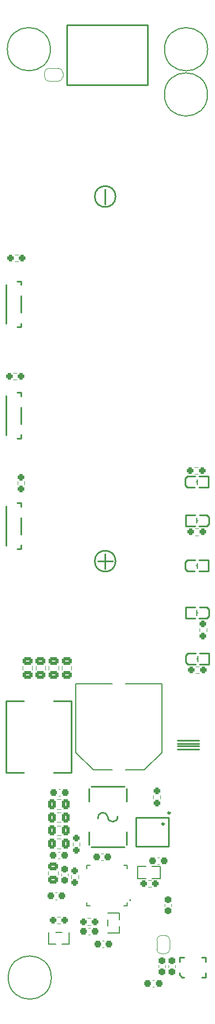
<source format=gto>
%TF.GenerationSoftware,KiCad,Pcbnew,7.0.8*%
%TF.CreationDate,2023-11-02T15:01:11+01:00*%
%TF.ProjectId,led-tube,6c65642d-7475-4626-952e-6b696361645f,rev?*%
%TF.SameCoordinates,Original*%
%TF.FileFunction,Legend,Top*%
%TF.FilePolarity,Positive*%
%FSLAX46Y46*%
G04 Gerber Fmt 4.6, Leading zero omitted, Abs format (unit mm)*
G04 Created by KiCad (PCBNEW 7.0.8) date 2023-11-02 15:01:11*
%MOMM*%
%LPD*%
G01*
G04 APERTURE LIST*
G04 Aperture macros list*
%AMRoundRect*
0 Rectangle with rounded corners*
0 $1 Rounding radius*
0 $2 $3 $4 $5 $6 $7 $8 $9 X,Y pos of 4 corners*
0 Add a 4 corners polygon primitive as box body*
4,1,4,$2,$3,$4,$5,$6,$7,$8,$9,$2,$3,0*
0 Add four circle primitives for the rounded corners*
1,1,$1+$1,$2,$3*
1,1,$1+$1,$4,$5*
1,1,$1+$1,$6,$7*
1,1,$1+$1,$8,$9*
0 Add four rect primitives between the rounded corners*
20,1,$1+$1,$2,$3,$4,$5,0*
20,1,$1+$1,$4,$5,$6,$7,0*
20,1,$1+$1,$6,$7,$8,$9,0*
20,1,$1+$1,$8,$9,$2,$3,0*%
%AMFreePoly0*
4,1,19,0.500000,-0.750000,0.000000,-0.750000,0.000000,-0.744911,-0.071157,-0.744911,-0.207708,-0.704816,-0.327430,-0.627875,-0.420627,-0.520320,-0.479746,-0.390866,-0.500000,-0.250000,-0.500000,0.250000,-0.479746,0.390866,-0.420627,0.520320,-0.327430,0.627875,-0.207708,0.704816,-0.071157,0.744911,0.000000,0.744911,0.000000,0.750000,0.500000,0.750000,0.500000,-0.750000,0.500000,-0.750000,
$1*%
%AMFreePoly1*
4,1,19,0.000000,0.744911,0.071157,0.744911,0.207708,0.704816,0.327430,0.627875,0.420627,0.520320,0.479746,0.390866,0.500000,0.250000,0.500000,-0.250000,0.479746,-0.390866,0.420627,-0.520320,0.327430,-0.627875,0.207708,-0.704816,0.071157,-0.744911,0.000000,-0.744911,0.000000,-0.750000,-0.500000,-0.750000,-0.500000,0.750000,0.000000,0.750000,0.000000,0.744911,0.000000,0.744911,
$1*%
G04 Aperture macros list end*
%ADD10C,0.120000*%
%ADD11C,0.250000*%
%ADD12C,0.150000*%
%ADD13C,0.127991*%
%ADD14C,0.254000*%
%ADD15C,0.202997*%
%ADD16C,0.300000*%
%ADD17C,0.059995*%
%ADD18RoundRect,0.237500X-0.300000X-0.237500X0.300000X-0.237500X0.300000X0.237500X-0.300000X0.237500X0*%
%ADD19RoundRect,0.237500X0.250000X0.237500X-0.250000X0.237500X-0.250000X-0.237500X0.250000X-0.237500X0*%
%ADD20RoundRect,0.237500X0.237500X-0.250000X0.237500X0.250000X-0.237500X0.250000X-0.237500X-0.250000X0*%
%ADD21RoundRect,0.250000X0.475000X-0.337500X0.475000X0.337500X-0.475000X0.337500X-0.475000X-0.337500X0*%
%ADD22RoundRect,0.237500X-0.250000X-0.237500X0.250000X-0.237500X0.250000X0.237500X-0.250000X0.237500X0*%
%ADD23RoundRect,0.250000X0.337500X0.475000X-0.337500X0.475000X-0.337500X-0.475000X0.337500X-0.475000X0*%
%ADD24C,0.950000*%
%ADD25R,1.200000X1.200000*%
%ADD26C,1.600000*%
%ADD27RoundRect,0.237500X0.237500X-0.300000X0.237500X0.300000X-0.237500X0.300000X-0.237500X-0.300000X0*%
%ADD28R,1.130000X1.380000*%
%ADD29O,2.700000X1.800000*%
%ADD30FreePoly0,270.000000*%
%ADD31FreePoly1,270.000000*%
%ADD32R,0.950000X0.400000*%
%ADD33R,2.300000X0.350000*%
%ADD34R,0.350000X0.650000*%
%ADD35C,4.249987*%
%ADD36C,0.800000*%
%ADD37R,2.200000X2.200000*%
%ADD38C,2.200000*%
%ADD39R,1.750000X6.200000*%
%ADD40R,0.800000X0.800000*%
%ADD41C,2.400000*%
%ADD42R,7.620000X5.080000*%
%ADD43R,5.300000X2.000000*%
%ADD44C,0.700025*%
%ADD45R,0.600000X1.300000*%
%ADD46R,0.300000X1.300000*%
%ADD47O,1.200000X2.200000*%
%ADD48O,1.200000X1.800000*%
%ADD49R,0.304801X0.990602*%
%ADD50R,0.600000X1.070000*%
%ADD51RoundRect,0.237500X-0.237500X0.250000X-0.237500X-0.250000X0.237500X-0.250000X0.237500X0.250000X0*%
%ADD52RoundRect,0.237500X0.300000X0.237500X-0.300000X0.237500X-0.300000X-0.237500X0.300000X-0.237500X0*%
%ADD53C,1.700000*%
%ADD54R,0.660000X0.280000*%
%ADD55R,0.280000X0.660000*%
%ADD56R,4.420000X4.420000*%
%ADD57R,3.500000X3.500000*%
%ADD58R,1.070000X0.600000*%
%ADD59FreePoly0,180.000000*%
%ADD60FreePoly1,180.000000*%
G04 APERTURE END LIST*
D10*
%TO.C,C2*%
X623603720Y-527415070D02*
X623896254Y-527415070D01*
X623603720Y-528435070D02*
X623896254Y-528435070D01*
%TO.C,R9*%
X602254724Y-436522500D02*
X601745276Y-436522500D01*
X602254724Y-435477500D02*
X601745276Y-435477500D01*
%TO.C,R15*%
X602177500Y-470554724D02*
X602177500Y-470045276D01*
X603222500Y-470554724D02*
X603222500Y-470045276D01*
%TO.C,C17*%
X608965000Y-498761252D02*
X608965000Y-498238748D01*
X610435000Y-498761252D02*
X610435000Y-498238748D01*
%TO.C,R8*%
X629445276Y-498277500D02*
X629954724Y-498277500D01*
X629445276Y-499322500D02*
X629954724Y-499322500D01*
%TO.C,C8*%
X608761252Y-526035000D02*
X608238748Y-526035000D01*
X608761252Y-524565000D02*
X608238748Y-524565000D01*
%TO.C,C19*%
X604965000Y-498761252D02*
X604965000Y-498238748D01*
X606435000Y-498761252D02*
X606435000Y-498238748D01*
D11*
%TO.C,SW2*%
X602700000Y-463500000D02*
X602700000Y-462930000D01*
X602700000Y-461270000D02*
X602700000Y-458730000D01*
X602700000Y-457070000D02*
X602700000Y-456500000D01*
X602700000Y-456500000D02*
X602100000Y-456500000D01*
X602100000Y-463500000D02*
X602700000Y-463500000D01*
X600400000Y-462950000D02*
X600400000Y-462990000D01*
X600400000Y-462950000D02*
X600400000Y-461500000D01*
X600400000Y-461500000D02*
X600400000Y-458350000D01*
X600400000Y-458500000D02*
X600400000Y-457010000D01*
D10*
%TO.C,C15*%
X623790000Y-544168767D02*
X623790000Y-543876233D01*
X624810000Y-544168767D02*
X624810000Y-543876233D01*
D12*
%TO.C,RT1*%
X620540000Y-528780000D02*
X621820000Y-528780000D01*
X620540000Y-530620000D02*
X620540000Y-528780000D01*
X621820000Y-530620000D02*
X620540000Y-530620000D01*
X622780000Y-530620000D02*
X624060000Y-530620000D01*
X624060000Y-528780000D02*
X622780000Y-528780000D01*
X624060000Y-530620000D02*
X624060000Y-528780000D01*
D10*
%TO.C,C18*%
X606965000Y-498761252D02*
X606965000Y-498238748D01*
X608435000Y-498761252D02*
X608435000Y-498238748D01*
D11*
%TO.C,SW1*%
X602700000Y-446500000D02*
X602700000Y-445930000D01*
X602700000Y-444270000D02*
X602700000Y-441730000D01*
X602700000Y-440070000D02*
X602700000Y-439500000D01*
X602700000Y-439500000D02*
X602100000Y-439500000D01*
X602100000Y-446500000D02*
X602700000Y-446500000D01*
X600400000Y-445950000D02*
X600400000Y-445990000D01*
X600400000Y-445950000D02*
X600400000Y-444500000D01*
X600400000Y-444500000D02*
X600400000Y-441350000D01*
X600400000Y-441500000D02*
X600400000Y-440010000D01*
D10*
%TO.C,R7*%
X629268974Y-467877500D02*
X629778422Y-467877500D01*
X629268974Y-468922500D02*
X629778422Y-468922500D01*
D11*
%TO.C,SW4*%
X626650000Y-510920000D02*
X629950000Y-510920000D01*
X626650000Y-510410000D02*
X629950000Y-510410000D01*
X626650000Y-510030000D02*
X629950000Y-510030000D01*
X626650000Y-509520000D02*
X629950000Y-509520000D01*
D10*
%TO.C,C3*%
X607953733Y-532790000D02*
X608246267Y-532790000D01*
X607953733Y-533810000D02*
X608246267Y-533810000D01*
%TO.C,C51*%
X622853733Y-546090000D02*
X623146267Y-546090000D01*
X622853733Y-547110000D02*
X623146267Y-547110000D01*
%TO.C,JP1*%
X624200000Y-539300000D02*
X624800000Y-539300000D01*
X625500000Y-540000000D02*
X625500000Y-541400000D01*
X623500000Y-541400000D02*
X623500000Y-540000000D01*
X624800000Y-542100000D02*
X624200000Y-542100000D01*
X625500000Y-540000000D02*
G75*
G03*
X624800000Y-539300000I-699999J1D01*
G01*
X624200000Y-539300000D02*
G75*
G03*
X623500000Y-540000000I-1J-699999D01*
G01*
X624800000Y-542100000D02*
G75*
G03*
X625500000Y-541400000I0J700000D01*
G01*
X623500000Y-541400000D02*
G75*
G03*
X624200000Y-542100000I700000J0D01*
G01*
D11*
%TO.C,MIC1*%
X627020000Y-542660000D02*
X627020000Y-543320000D01*
X627020000Y-542660000D02*
X627670000Y-542660000D01*
X627020000Y-545040000D02*
X627020000Y-545320000D01*
X627020000Y-545320000D02*
X627380000Y-545680000D01*
X627380000Y-545680000D02*
X627660000Y-545680000D01*
X630370000Y-542660000D02*
X631000000Y-542660000D01*
X630380000Y-545680000D02*
X631020000Y-545680000D01*
X631000000Y-542660000D02*
X631020000Y-542680000D01*
X631020000Y-542680000D02*
X631020000Y-543320000D01*
X631020000Y-545040000D02*
X631020000Y-545680000D01*
D13*
%TO.C,U11*%
X607352540Y-545733205D02*
G75*
G03*
X607352540Y-545733205I-3300000J0D01*
G01*
%TO.C,U10*%
X631278795Y-411017140D02*
G75*
G03*
X631278795Y-411017140I-3300000J0D01*
G01*
D10*
%TO.C,R2*%
X613404724Y-537722500D02*
X612895276Y-537722500D01*
X613404724Y-536677500D02*
X612895276Y-536677500D01*
%TO.C,C10*%
X608761252Y-524035000D02*
X608238748Y-524035000D01*
X608761252Y-522565000D02*
X608238748Y-522565000D01*
%TO.C,R5*%
X610627500Y-525654724D02*
X610627500Y-525145276D01*
X611672500Y-525654724D02*
X611672500Y-525145276D01*
%TO.C,C6*%
X608912500Y-530196267D02*
X608912500Y-529903733D01*
X609932500Y-530196267D02*
X609932500Y-529903733D01*
D13*
%TO.C,U15*%
X607210340Y-404108205D02*
G75*
G03*
X607210340Y-404108205I-3300000J0D01*
G01*
D11*
%TO.C,SW3*%
X602700000Y-480350000D02*
X602700000Y-479780000D01*
X602700000Y-478120000D02*
X602700000Y-475580000D01*
X602700000Y-473920000D02*
X602700000Y-473350000D01*
X602700000Y-473350000D02*
X602100000Y-473350000D01*
X602100000Y-480350000D02*
X602700000Y-480350000D01*
X600400000Y-479800000D02*
X600400000Y-479840000D01*
X600400000Y-479800000D02*
X600400000Y-478350000D01*
X600400000Y-478350000D02*
X600400000Y-475200000D01*
X600400000Y-475350000D02*
X600400000Y-473860000D01*
D10*
%TO.C,R6*%
X630077500Y-492967224D02*
X630077500Y-492457776D01*
X631122500Y-492967224D02*
X631122500Y-492457776D01*
D11*
%TO.C,P1*%
X622060000Y-409600000D02*
X622060000Y-400450000D01*
X622060000Y-400450000D02*
X609760000Y-400450000D01*
X609760000Y-409600000D02*
X622060000Y-409600000D01*
X609760000Y-400450000D02*
X609760000Y-409600000D01*
D10*
%TO.C,R4*%
X622654724Y-531922500D02*
X622145276Y-531922500D01*
X622654724Y-530877500D02*
X622145276Y-530877500D01*
D12*
%TO.C,C63*%
X613800000Y-514080000D02*
X616670000Y-514080000D01*
X621600000Y-514080000D02*
X618730000Y-514080000D01*
X611120000Y-511400000D02*
X613800000Y-514080000D01*
X624280000Y-511400000D02*
X621600000Y-514080000D01*
X611120000Y-500920000D02*
X611120000Y-511400000D01*
X616670000Y-500920000D02*
X611120000Y-500920000D01*
X618730000Y-500920000D02*
X624280000Y-500920000D01*
X624280000Y-500920000D02*
X624280000Y-511400000D01*
D10*
%TO.C,R10*%
X608245276Y-536477500D02*
X608754724Y-536477500D01*
X608245276Y-537522500D02*
X608754724Y-537522500D01*
D14*
%TO.C,U4*%
X631514402Y-476508001D02*
X631158801Y-476863602D01*
X631514402Y-475491999D02*
X631514402Y-476508001D01*
X631158801Y-475136398D02*
X631514402Y-475491999D01*
X630015799Y-475136398D02*
X631158801Y-475136398D01*
X629990399Y-476863602D02*
X631158801Y-476863602D01*
D15*
X629622098Y-475992050D02*
X629797460Y-475992050D01*
X629622098Y-475593599D02*
X629622098Y-476381001D01*
D14*
X627932994Y-476863602D02*
X629406197Y-476863602D01*
X627932994Y-475136398D02*
X629406197Y-475136398D01*
X627932994Y-475136398D02*
X627932994Y-476863602D01*
D10*
%TO.C,C12*%
X608761252Y-520035000D02*
X608238748Y-520035000D01*
X608761252Y-518565000D02*
X608238748Y-518565000D01*
%TO.C,C20*%
X602965000Y-498761252D02*
X602965000Y-498238748D01*
X604435000Y-498761252D02*
X604435000Y-498238748D01*
D11*
%TO.C,BT1*%
X615600000Y-483360000D02*
X615600000Y-481070000D01*
X615600000Y-427730000D02*
X615600000Y-425450000D01*
X614450000Y-482210000D02*
X616740000Y-482210000D01*
X617200000Y-482210000D02*
G75*
G03*
X617200000Y-482210000I-1600000J0D01*
G01*
X617200000Y-426590000D02*
G75*
G03*
X617200000Y-426590000I-1600000J0D01*
G01*
D14*
%TO.C,U9*%
X627832994Y-469591999D02*
X628188595Y-469236398D01*
X627832994Y-470608001D02*
X627832994Y-469591999D01*
X628188595Y-470963602D02*
X627832994Y-470608001D01*
X629331597Y-470963602D02*
X628188595Y-470963602D01*
X629356997Y-469236398D02*
X628188595Y-469236398D01*
D15*
X629725298Y-470107950D02*
X629549936Y-470107950D01*
X629725298Y-470506401D02*
X629725298Y-469718999D01*
D14*
X631414402Y-469236398D02*
X629941199Y-469236398D01*
X631414402Y-470963602D02*
X629941199Y-470963602D01*
X631414402Y-470963602D02*
X631414402Y-469236398D01*
D11*
%TO.C,F1*%
X618500000Y-516600000D02*
X613500000Y-516600000D01*
X618900000Y-516900000D02*
X618900000Y-518900000D01*
X613100000Y-516900000D02*
X613100000Y-518900000D01*
X618900000Y-523500000D02*
X618900000Y-525500000D01*
X613100000Y-523500000D02*
X613100000Y-525500000D01*
X618500000Y-525800000D02*
X613500000Y-525800000D01*
X616000000Y-521200000D02*
G75*
G03*
X617520000Y-521200000I760000J0D01*
G01*
X616000000Y-521200000D02*
G75*
G03*
X614480000Y-521460000I-760000J-130000D01*
G01*
D14*
%TO.C,U6*%
X625349987Y-521325070D02*
X625349987Y-525725070D01*
X625349987Y-521325070D02*
X620349987Y-521325070D01*
X620349987Y-525725070D02*
X625349987Y-525725070D01*
X620349987Y-525725070D02*
X620349987Y-521325070D01*
D16*
X625536296Y-520608128D02*
G75*
G03*
X625536296Y-520608128I-150114J0D01*
G01*
D17*
X625349860Y-520355144D02*
G75*
G03*
X625349860Y-520355144I-29972J0D01*
G01*
D16*
X624625704Y-522305868D02*
G75*
G03*
X624625704Y-522305868I-150114J0D01*
G01*
D10*
%TO.C,C1*%
X624690000Y-534846267D02*
X624690000Y-534553733D01*
X625710000Y-534846267D02*
X625710000Y-534553733D01*
%TO.C,C11*%
X608761252Y-522035000D02*
X608238748Y-522035000D01*
X608761252Y-520565000D02*
X608238748Y-520565000D01*
D12*
%TO.C,Q1*%
X606960000Y-540640000D02*
X608010000Y-540640000D01*
X610040000Y-540640000D02*
X608990000Y-540640000D01*
X606960000Y-538880000D02*
X606960000Y-540640000D01*
X608040000Y-538880000D02*
X608960000Y-538880000D01*
X610040000Y-538880000D02*
X610040000Y-540640000D01*
D10*
%TO.C,R3*%
X611472500Y-530095276D02*
X611472500Y-530604724D01*
X610427500Y-530095276D02*
X610427500Y-530604724D01*
%TO.C,C16*%
X625290000Y-544168767D02*
X625290000Y-543876233D01*
X626310000Y-544168767D02*
X626310000Y-543876233D01*
D14*
%TO.C,U3*%
X631514402Y-490608001D02*
X631158801Y-490963602D01*
X631514402Y-489591999D02*
X631514402Y-490608001D01*
X631158801Y-489236398D02*
X631514402Y-489591999D01*
X630015799Y-489236398D02*
X631158801Y-489236398D01*
X629990399Y-490963602D02*
X631158801Y-490963602D01*
D15*
X629622098Y-490092050D02*
X629797460Y-490092050D01*
X629622098Y-489693599D02*
X629622098Y-490481001D01*
D14*
X627932994Y-490963602D02*
X629406197Y-490963602D01*
X627932994Y-489236398D02*
X629406197Y-489236398D01*
X627932994Y-489236398D02*
X627932994Y-490963602D01*
%TO.C,U8*%
X627932994Y-496591999D02*
X628288595Y-496236398D01*
X627932994Y-497608001D02*
X627932994Y-496591999D01*
X628288595Y-497963602D02*
X627932994Y-497608001D01*
X629431597Y-497963602D02*
X628288595Y-497963602D01*
X629456997Y-496236398D02*
X628288595Y-496236398D01*
D15*
X629825298Y-497107950D02*
X629649936Y-497107950D01*
X629825298Y-497506401D02*
X629825298Y-496718999D01*
D14*
X631514402Y-496236398D02*
X630041199Y-496236398D01*
X631514402Y-497963602D02*
X630041199Y-497963602D01*
X631514402Y-497963602D02*
X631514402Y-496236398D01*
D10*
%TO.C,C7*%
X608376233Y-526590000D02*
X608668767Y-526590000D01*
X608376233Y-527610000D02*
X608668767Y-527610000D01*
%TO.C,C13*%
X608746267Y-518010000D02*
X608453733Y-518010000D01*
X608746267Y-516990000D02*
X608453733Y-516990000D01*
%TO.C,R13*%
X629904724Y-478272500D02*
X629395276Y-478272500D01*
X629904724Y-477227500D02*
X629395276Y-477227500D01*
%TO.C,R14*%
X601545276Y-453477500D02*
X602054724Y-453477500D01*
X601545276Y-454522500D02*
X602054724Y-454522500D01*
%TO.C,C5*%
X606887500Y-530061252D02*
X606887500Y-529538748D01*
X608357500Y-530061252D02*
X608357500Y-529538748D01*
%TO.C,C52*%
X615446267Y-541160000D02*
X615153733Y-541160000D01*
X615446267Y-540140000D02*
X615153733Y-540140000D01*
D13*
%TO.C,U14*%
X631296740Y-404118405D02*
G75*
G03*
X631296740Y-404118405I-3300000J0D01*
G01*
D12*
%TO.C,U5*%
X612820000Y-534780000D02*
X612820000Y-534280000D01*
X613320000Y-534780000D02*
X612820000Y-534780000D01*
X618480000Y-534780000D02*
X618980000Y-534780000D01*
X618980000Y-534780000D02*
X618980000Y-534280000D01*
X612820000Y-528620000D02*
X612820000Y-529120000D01*
X613320000Y-528620000D02*
X612820000Y-528620000D01*
X618480000Y-528620000D02*
X618980000Y-528620000D01*
X618980000Y-528620000D02*
X618980000Y-529120000D01*
X619510000Y-533950000D02*
G75*
G03*
X619510000Y-533950000I-70000J0D01*
G01*
D10*
%TO.C,C4*%
X613003733Y-538190000D02*
X613296267Y-538190000D01*
X613003733Y-539210000D02*
X613296267Y-539210000D01*
D11*
%TO.C,L1*%
X600400000Y-514500000D02*
X600400000Y-503500000D01*
X603120000Y-514500000D02*
X600400000Y-514500000D01*
X610400000Y-514500000D02*
X607680000Y-514500000D01*
X610400000Y-514500000D02*
X610400000Y-503500000D01*
X603120000Y-503500000D02*
X600400000Y-503500000D01*
X610400000Y-503500000D02*
X607680000Y-503500000D01*
D12*
%TO.C,Q2*%
X617780000Y-538940000D02*
X617780000Y-537890000D01*
X617780000Y-535860000D02*
X617780000Y-536910000D01*
X616020000Y-538940000D02*
X617780000Y-538940000D01*
X616020000Y-537860000D02*
X616020000Y-536940000D01*
X616020000Y-535860000D02*
X617780000Y-535860000D01*
D14*
%TO.C,U7*%
X627832994Y-482391999D02*
X628188595Y-482036398D01*
X627832994Y-483408001D02*
X627832994Y-482391999D01*
X628188595Y-483763602D02*
X627832994Y-483408001D01*
X629331597Y-483763602D02*
X628188595Y-483763602D01*
X629356997Y-482036398D02*
X628188595Y-482036398D01*
D15*
X629725298Y-482907950D02*
X629549936Y-482907950D01*
X629725298Y-483306401D02*
X629725298Y-482518999D01*
D14*
X631414402Y-482036398D02*
X629941199Y-482036398D01*
X631414402Y-483763602D02*
X629941199Y-483763602D01*
X631414402Y-483763602D02*
X631414402Y-482036398D01*
D10*
%TO.C,C9*%
X615296267Y-527860000D02*
X615003733Y-527860000D01*
X615296267Y-526840000D02*
X615003733Y-526840000D01*
%TO.C,R1*%
X624022500Y-517945276D02*
X624022500Y-518454724D01*
X622977500Y-517945276D02*
X622977500Y-518454724D01*
%TO.C,JP2*%
X609100000Y-407700000D02*
X609100000Y-408300000D01*
X608400000Y-409000000D02*
X607000000Y-409000000D01*
X607000000Y-407000000D02*
X608400000Y-407000000D01*
X606300000Y-408300000D02*
X606300000Y-407700000D01*
X608400000Y-409000000D02*
G75*
G03*
X609100000Y-408300000I1J699999D01*
G01*
X609100000Y-407700000D02*
G75*
G03*
X608400000Y-407000000I-699999J1D01*
G01*
X606300000Y-408300000D02*
G75*
G03*
X607000000Y-409000000I700000J0D01*
G01*
X607000000Y-407000000D02*
G75*
G03*
X606300000Y-407700000I0J-700000D01*
G01*
%TD*%
%LPC*%
D18*
%TO.C,C2*%
X622887487Y-527925070D03*
X624612487Y-527925070D03*
%TD*%
D19*
%TO.C,R9*%
X602912500Y-436000000D03*
X601087500Y-436000000D03*
%TD*%
D20*
%TO.C,R15*%
X602700000Y-471212500D03*
X602700000Y-469387500D03*
%TD*%
D21*
%TO.C,C17*%
X609700000Y-499537500D03*
X609700000Y-497462500D03*
%TD*%
D22*
%TO.C,R8*%
X628787500Y-498800000D03*
X630612500Y-498800000D03*
%TD*%
D23*
%TO.C,C8*%
X609537500Y-525300000D03*
X607462500Y-525300000D03*
%TD*%
D21*
%TO.C,C19*%
X605700000Y-499537500D03*
X605700000Y-497462500D03*
%TD*%
D24*
%TO.C,SW2*%
X601400000Y-461150000D03*
X601400000Y-458850000D03*
D25*
X602700000Y-457900000D03*
X602700000Y-462100000D03*
D26*
X601100000Y-463750000D03*
X601100000Y-456250000D03*
%TD*%
D27*
%TO.C,C15*%
X624300000Y-544885000D03*
X624300000Y-543160000D03*
%TD*%
D28*
%TO.C,RT1*%
X621300000Y-529700000D03*
X623300000Y-529700000D03*
%TD*%
D21*
%TO.C,C18*%
X607700000Y-499537500D03*
X607700000Y-497462500D03*
%TD*%
D24*
%TO.C,SW1*%
X601400000Y-444150000D03*
X601400000Y-441850000D03*
D25*
X602700000Y-440900000D03*
X602700000Y-445100000D03*
D26*
X601100000Y-446750000D03*
X601100000Y-439250000D03*
%TD*%
D22*
%TO.C,R7*%
X628611198Y-468400000D03*
X630436198Y-468400000D03*
%TD*%
D29*
%TO.C,SW4*%
X628300000Y-512700000D03*
X628300000Y-508000000D03*
X628300000Y-503300000D03*
%TD*%
D18*
%TO.C,C3*%
X607237500Y-533300000D03*
X608962500Y-533300000D03*
%TD*%
%TO.C,C51*%
X622137500Y-546600000D03*
X623862500Y-546600000D03*
%TD*%
D30*
%TO.C,JP1*%
X624500000Y-540050000D03*
D31*
X624500000Y-541350000D03*
%TD*%
D32*
%TO.C,MIC1*%
X628340000Y-544600000D03*
X629700000Y-544600000D03*
X629700000Y-543760000D03*
X628340000Y-543760000D03*
D33*
X629020000Y-542950000D03*
X629020000Y-545410000D03*
D34*
X630740000Y-544505000D03*
%TD*%
D35*
%TO.C,U11*%
X604052540Y-545733230D03*
D36*
X604050000Y-548486400D03*
X603008600Y-548283200D03*
X605091400Y-548257800D03*
X602145000Y-547724400D03*
X606005800Y-547699000D03*
X601510000Y-546835400D03*
X606615400Y-546784600D03*
X601281400Y-545743200D03*
X606818600Y-545743200D03*
X606590000Y-544651000D03*
X601535400Y-544600200D03*
X602119600Y-543762000D03*
X606005800Y-543762000D03*
X603034000Y-543177800D03*
X605142200Y-543177800D03*
X604050000Y-543000000D03*
%TD*%
D35*
%TO.C,U10*%
X627978770Y-411017140D03*
D36*
X625225600Y-411014600D03*
X625428800Y-409973200D03*
X625454200Y-412056000D03*
X625987600Y-409109600D03*
X626013000Y-412970400D03*
X626876600Y-408474600D03*
X626927400Y-413580000D03*
X627968800Y-408246000D03*
X627968800Y-413783200D03*
X629061000Y-413554600D03*
X629111800Y-408500000D03*
X629950000Y-409084200D03*
X629950000Y-412970400D03*
X630534200Y-409998600D03*
X630534200Y-412106800D03*
X630712000Y-411014600D03*
%TD*%
D19*
%TO.C,R2*%
X614062500Y-537200000D03*
X612237500Y-537200000D03*
%TD*%
D23*
%TO.C,C10*%
X609537500Y-523300000D03*
X607462500Y-523300000D03*
%TD*%
D20*
%TO.C,R5*%
X611150000Y-526312500D03*
X611150000Y-524487500D03*
%TD*%
D27*
%TO.C,C6*%
X609422500Y-530912500D03*
X609422500Y-529187500D03*
%TD*%
D35*
%TO.C,U15*%
X603910340Y-404108230D03*
D36*
X603907800Y-406861400D03*
X602866400Y-406658200D03*
X604949200Y-406632800D03*
X602002800Y-406099400D03*
X605863600Y-406074000D03*
X601367800Y-405210400D03*
X606473200Y-405159600D03*
X601139200Y-404118200D03*
X606676400Y-404118200D03*
X606447800Y-403026000D03*
X601393200Y-402975200D03*
X601977400Y-402137000D03*
X605863600Y-402137000D03*
X602891800Y-401552800D03*
X605000000Y-401552800D03*
X603907800Y-401375000D03*
%TD*%
D24*
%TO.C,SW3*%
X601400000Y-478000000D03*
X601400000Y-475700000D03*
D25*
X602700000Y-474750000D03*
X602700000Y-478950000D03*
D26*
X601100000Y-480600000D03*
X601100000Y-473100000D03*
%TD*%
D20*
%TO.C,R6*%
X630600000Y-493625000D03*
X630600000Y-491800000D03*
%TD*%
D37*
%TO.C,P1*%
X619720000Y-408000000D03*
D38*
X615910000Y-408000000D03*
X612100000Y-408000000D03*
%TD*%
D19*
%TO.C,R4*%
X623312500Y-531400000D03*
X621487500Y-531400000D03*
%TD*%
D39*
%TO.C,C63*%
X617700000Y-512650000D03*
X617700000Y-502350000D03*
%TD*%
D22*
%TO.C,R10*%
X607587500Y-537000000D03*
X609412500Y-537000000D03*
%TD*%
D40*
%TO.C,U4*%
X628847396Y-476000000D03*
X630549200Y-476000000D03*
%TD*%
D23*
%TO.C,C12*%
X609537500Y-519300000D03*
X607462500Y-519300000D03*
%TD*%
D21*
%TO.C,C20*%
X603700000Y-499537500D03*
X603700000Y-497462500D03*
%TD*%
D41*
%TO.C,BT1*%
X607600000Y-490240000D03*
D42*
X615600000Y-413090000D03*
X615600000Y-495710000D03*
%TD*%
D40*
%TO.C,U9*%
X630500000Y-470100000D03*
X628798196Y-470100000D03*
%TD*%
D43*
%TO.C,F1*%
X616000000Y-517900000D03*
X616000000Y-524500000D03*
%TD*%
D44*
%TO.C,U2*%
X613429941Y-545050127D03*
X619209977Y-545050127D03*
D45*
X613120061Y-543807556D03*
X613919908Y-543807556D03*
D46*
X615070023Y-543807556D03*
X616070023Y-543807556D03*
X616569895Y-543807556D03*
X617569895Y-543807556D03*
D45*
X619519857Y-543807556D03*
X618720010Y-543807556D03*
D46*
X618070023Y-543807556D03*
X617070023Y-543807556D03*
X615569895Y-543807556D03*
X614569895Y-543807556D03*
D47*
X611999918Y-544550000D03*
D48*
X611999918Y-548730086D03*
D47*
X620640000Y-544550000D03*
D48*
X620640000Y-548730086D03*
%TD*%
D49*
%TO.C,U6*%
X624799949Y-520600000D03*
X624149962Y-520600000D03*
X623499974Y-520600000D03*
X622849987Y-520600000D03*
X622200000Y-520600000D03*
X621550012Y-520600000D03*
X620900025Y-520600000D03*
X620900025Y-526450140D03*
X621550012Y-526450140D03*
X622200000Y-526450140D03*
X622849987Y-526450140D03*
X623499974Y-526450140D03*
X624149962Y-526450140D03*
X624799949Y-526450140D03*
%TD*%
D27*
%TO.C,C1*%
X625200000Y-535562500D03*
X625200000Y-533837500D03*
%TD*%
D23*
%TO.C,C11*%
X609537500Y-521300000D03*
X607462500Y-521300000D03*
%TD*%
D50*
%TO.C,Q1*%
X609450000Y-538520000D03*
X607550000Y-538520000D03*
X608500000Y-541000000D03*
%TD*%
D51*
%TO.C,R3*%
X610950000Y-529437500D03*
X610950000Y-531262500D03*
%TD*%
D27*
%TO.C,C16*%
X625800000Y-544885000D03*
X625800000Y-543160000D03*
%TD*%
D40*
%TO.C,U3*%
X628847396Y-490100000D03*
X630549200Y-490100000D03*
%TD*%
%TO.C,U8*%
X630600000Y-497100000D03*
X628898196Y-497100000D03*
%TD*%
D18*
%TO.C,C7*%
X607660000Y-527100000D03*
X609385000Y-527100000D03*
%TD*%
D52*
%TO.C,C13*%
X609462500Y-517500000D03*
X607737500Y-517500000D03*
%TD*%
D19*
%TO.C,R13*%
X630562500Y-477750000D03*
X628737500Y-477750000D03*
%TD*%
D22*
%TO.C,R14*%
X600887500Y-454000000D03*
X602712500Y-454000000D03*
%TD*%
D21*
%TO.C,C5*%
X607622500Y-530837500D03*
X607622500Y-528762500D03*
%TD*%
D52*
%TO.C,C52*%
X616162500Y-540650000D03*
X614437500Y-540650000D03*
%TD*%
D53*
%TO.C,U1*%
X602027300Y-518005700D03*
X602027300Y-520545700D03*
X602027300Y-523085700D03*
X602027300Y-525625700D03*
X602027300Y-528165700D03*
X602027300Y-530705700D03*
X602027300Y-533245700D03*
X602027300Y-535785700D03*
X602027300Y-538325700D03*
X604567300Y-518005700D03*
X604567300Y-520545700D03*
X604567300Y-523085700D03*
X604567300Y-525625700D03*
X604567300Y-528165700D03*
X604567300Y-530705700D03*
X604567300Y-533245700D03*
X604567300Y-535785700D03*
X604567300Y-538325700D03*
X627427300Y-518005700D03*
X627427300Y-520545700D03*
X627427300Y-523085700D03*
X627427300Y-525625700D03*
X627427300Y-528165700D03*
X627427300Y-530705700D03*
X627427300Y-533245700D03*
X627427300Y-535785700D03*
X627427300Y-538325700D03*
X629967300Y-518005700D03*
X629967300Y-520545700D03*
X629967300Y-523085700D03*
X629967300Y-525625700D03*
X629967300Y-528165700D03*
X629967300Y-530705700D03*
X629967300Y-533245700D03*
X629967300Y-535785700D03*
X629967300Y-538325700D03*
%TD*%
D35*
%TO.C,U14*%
X627996740Y-404118430D03*
D36*
X627994200Y-406871600D03*
X626952800Y-406668400D03*
X629035600Y-406643000D03*
X626089200Y-406109600D03*
X629950000Y-406084200D03*
X625454200Y-405220600D03*
X630559600Y-405169800D03*
X625225600Y-404128400D03*
X630762800Y-404128400D03*
X630534200Y-403036200D03*
X625479600Y-402985400D03*
X626063800Y-402147200D03*
X629950000Y-402147200D03*
X626978200Y-401563000D03*
X629086400Y-401563000D03*
X627994200Y-401385200D03*
%TD*%
D54*
%TO.C,U5*%
X618810000Y-533950000D03*
X618810000Y-533450000D03*
X618810000Y-532950000D03*
X618810000Y-532450000D03*
X618810000Y-531950000D03*
X618810000Y-531450000D03*
X618810000Y-530950000D03*
X618810000Y-530450000D03*
X618810000Y-529950000D03*
X618810000Y-529450000D03*
D55*
X618150000Y-528790000D03*
X617650000Y-528790000D03*
X617150000Y-528790000D03*
X616650000Y-528790000D03*
X616150000Y-528790000D03*
X615650000Y-528790000D03*
X615150000Y-528790000D03*
X614650000Y-528790000D03*
X614150000Y-528790000D03*
X613650000Y-528790000D03*
D54*
X612990000Y-529450000D03*
X612990000Y-529950000D03*
X612990000Y-530450000D03*
X612990000Y-530950000D03*
X612990000Y-531450000D03*
X612990000Y-531950000D03*
X612990000Y-532450000D03*
X612990000Y-532950000D03*
X612990000Y-533450000D03*
X612990000Y-533950000D03*
D55*
X613650000Y-534610000D03*
X614150000Y-534610000D03*
X614650000Y-534610000D03*
X615150000Y-534610000D03*
X615650000Y-534610000D03*
X616150000Y-534610000D03*
X616650000Y-534610000D03*
X617150000Y-534610000D03*
X617650000Y-534610000D03*
X618150000Y-534610000D03*
D56*
X615900000Y-531700000D03*
%TD*%
D18*
%TO.C,C4*%
X612287500Y-538700000D03*
X614012500Y-538700000D03*
%TD*%
D57*
%TO.C,L1*%
X605400000Y-513950000D03*
X605400000Y-504050000D03*
%TD*%
D58*
%TO.C,Q2*%
X615660000Y-536450000D03*
X615660000Y-538350000D03*
X618140000Y-537400000D03*
%TD*%
D40*
%TO.C,U7*%
X630500000Y-482900000D03*
X628798196Y-482900000D03*
%TD*%
D52*
%TO.C,C9*%
X616012500Y-527350000D03*
X614287500Y-527350000D03*
%TD*%
D51*
%TO.C,R1*%
X623500000Y-517287500D03*
X623500000Y-519112500D03*
%TD*%
D59*
%TO.C,JP2*%
X608350000Y-408000000D03*
D60*
X607050000Y-408000000D03*
%TD*%
D41*
%TO.C,BT2*%
X623600000Y-490230000D03*
%TD*%
%LPD*%
M02*

</source>
